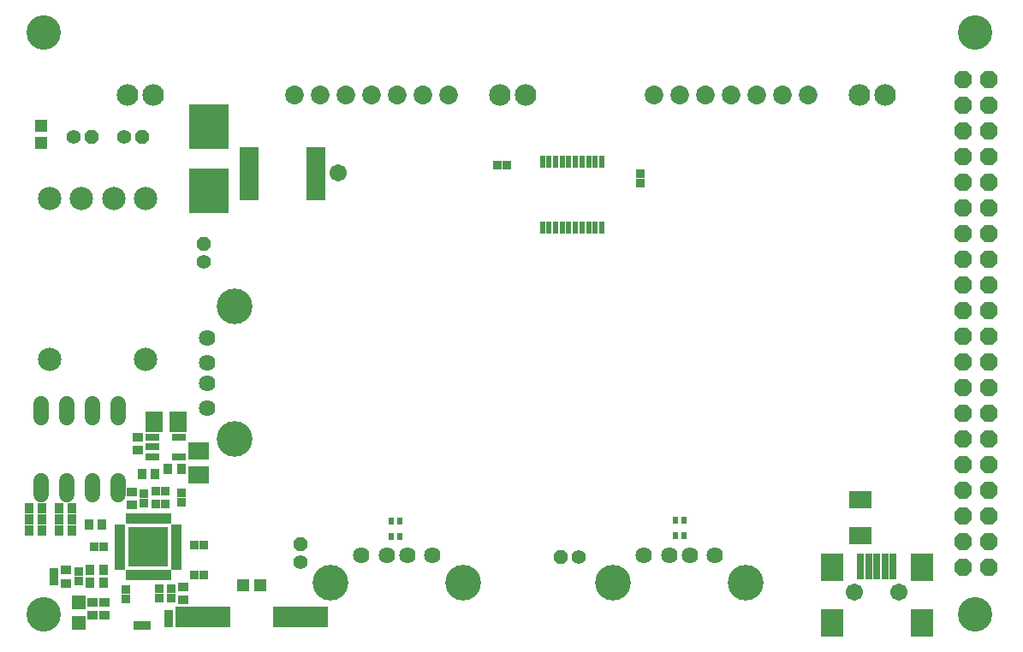
<source format=gts>
G75*
G70*
%OFA0B0*%
%FSLAX24Y24*%
%IPPOS*%
%LPD*%
%AMOC8*
5,1,8,0,0,1.08239X$1,22.5*
%
%ADD10C,0.1340*%
%ADD11C,0.0907*%
%ADD12OC8,0.0560*%
%ADD13C,0.0560*%
%ADD14R,0.0513X0.0474*%
%ADD15C,0.0730*%
%ADD16C,0.0840*%
%ADD17C,0.0640*%
%ADD18C,0.1390*%
%ADD19R,0.0237X0.0257*%
%ADD20OC8,0.0680*%
%ADD21R,0.1580X0.1749*%
%ADD22R,0.0198X0.0474*%
%ADD23R,0.0336X0.0336*%
%ADD24R,0.0780X0.2080*%
%ADD25R,0.0434X0.0190*%
%ADD26R,0.0190X0.0434*%
%ADD27R,0.1537X0.1537*%
%ADD28R,0.0356X0.0434*%
%ADD29R,0.0434X0.0356*%
%ADD30R,0.2180X0.0840*%
%ADD31R,0.0474X0.0513*%
%ADD32C,0.0600*%
%ADD33R,0.0552X0.0552*%
%ADD34R,0.0789X0.0690*%
%ADD35R,0.0690X0.0789*%
%ADD36R,0.0552X0.0297*%
%ADD37R,0.0907X0.0671*%
%ADD38R,0.0277X0.0986*%
%ADD39R,0.0867X0.1064*%
%ADD40C,0.0674*%
%ADD41C,0.0671*%
D10*
X001834Y002943D03*
X001834Y025620D03*
X038094Y025620D03*
X038094Y002943D03*
D11*
X005797Y012898D03*
X002047Y012898D03*
X002047Y019148D03*
X003297Y019148D03*
X004547Y019148D03*
X005797Y019148D03*
D12*
X008055Y017387D03*
X005649Y021565D03*
X003680Y021565D03*
X011807Y005683D03*
X021957Y005191D03*
D13*
X022657Y005191D03*
X011807Y004983D03*
X008055Y016687D03*
X004949Y021565D03*
X002980Y021565D03*
D14*
X001704Y021333D03*
X001704Y022002D03*
D15*
X011574Y023183D03*
X012574Y023183D03*
X013574Y023183D03*
X014574Y023183D03*
X015574Y023183D03*
X016574Y023183D03*
X017574Y023183D03*
X025574Y023183D03*
X026574Y023183D03*
X027574Y023183D03*
X028574Y023183D03*
X029574Y023183D03*
X030574Y023183D03*
X031574Y023183D03*
D16*
X033574Y023183D03*
X034574Y023183D03*
X020574Y023183D03*
X019574Y023183D03*
X006074Y023183D03*
X005074Y023183D03*
D17*
X008186Y013739D03*
X008186Y012759D03*
X008186Y011969D03*
X008186Y010989D03*
X014199Y005253D03*
X015179Y005253D03*
X015969Y005253D03*
X016949Y005253D03*
X025199Y005253D03*
X026179Y005253D03*
X026969Y005253D03*
X027949Y005253D03*
D18*
X029159Y004183D03*
X023989Y004183D03*
X018159Y004183D03*
X012989Y004183D03*
X009256Y009779D03*
X009256Y014949D03*
D19*
X015366Y006595D03*
X015681Y006595D03*
X015681Y005984D03*
X015366Y005984D03*
X026429Y006028D03*
X026744Y006028D03*
X026744Y006638D03*
X026429Y006638D03*
D20*
X037634Y006782D03*
X038634Y006782D03*
X038634Y005782D03*
X037634Y005782D03*
X037634Y004782D03*
X038634Y004782D03*
X038634Y007782D03*
X037634Y007782D03*
X037634Y008782D03*
X038634Y008782D03*
X038634Y009782D03*
X037634Y009782D03*
X037634Y010782D03*
X038634Y010782D03*
X038634Y011782D03*
X037634Y011782D03*
X037634Y012782D03*
X038634Y012782D03*
X038634Y013782D03*
X037634Y013782D03*
X037634Y014782D03*
X038634Y014782D03*
X038634Y015782D03*
X037634Y015782D03*
X037634Y016782D03*
X038634Y016782D03*
X038634Y017782D03*
X037634Y017782D03*
X037634Y018782D03*
X038634Y018782D03*
X038634Y019782D03*
X037634Y019782D03*
X037634Y020782D03*
X038634Y020782D03*
X038634Y021782D03*
X038634Y022782D03*
X037634Y022782D03*
X037634Y021782D03*
X037634Y023782D03*
X038634Y023782D03*
D21*
X008252Y021959D03*
X008252Y019447D03*
D22*
X021244Y020581D03*
X021500Y020581D03*
X021756Y020581D03*
X022011Y020581D03*
X022267Y020581D03*
X022523Y020581D03*
X022779Y020581D03*
X023035Y020581D03*
X023291Y020581D03*
X023547Y020581D03*
X023547Y018022D03*
X023291Y018022D03*
X023035Y018022D03*
X022779Y018022D03*
X022523Y018022D03*
X022267Y018022D03*
X022011Y018022D03*
X021756Y018022D03*
X021500Y018022D03*
X021244Y018022D03*
D23*
X019846Y020463D03*
X019492Y020463D03*
X025063Y020128D03*
X025063Y019774D03*
X007189Y007687D03*
X006539Y007746D03*
X006185Y007746D03*
X005712Y007648D03*
X005712Y007293D03*
X006185Y007274D03*
X006539Y007274D03*
X007189Y007333D03*
X007681Y005660D03*
X008035Y005660D03*
X008035Y004478D03*
X007681Y004478D03*
X006795Y003947D03*
X006795Y003593D03*
X006323Y003593D03*
X006323Y003947D03*
X006677Y002963D03*
X006677Y002608D03*
X005830Y002510D03*
X005476Y002510D03*
X005023Y003553D03*
X005023Y003908D03*
X003173Y004262D03*
X003173Y004616D03*
X002228Y004597D03*
X002228Y004242D03*
X003783Y005581D03*
X004137Y005581D03*
D24*
X009821Y020132D03*
X012421Y020132D03*
D25*
X006992Y006368D03*
X006992Y006171D03*
X006992Y005974D03*
X006992Y005778D03*
X006992Y005581D03*
X006992Y005384D03*
X006992Y005187D03*
X006992Y004990D03*
X006992Y004793D03*
X004787Y004793D03*
X004787Y004990D03*
X004787Y005187D03*
X004787Y005384D03*
X004787Y005581D03*
X004787Y005778D03*
X004787Y005974D03*
X004787Y006171D03*
X004787Y006368D03*
D26*
X005102Y006683D03*
X005299Y006683D03*
X005496Y006683D03*
X005693Y006683D03*
X005889Y006683D03*
X006086Y006683D03*
X006283Y006683D03*
X006480Y006683D03*
X006677Y006683D03*
X006677Y004478D03*
X006480Y004478D03*
X006283Y004478D03*
X006086Y004478D03*
X005889Y004478D03*
X005693Y004478D03*
X005496Y004478D03*
X005299Y004478D03*
X005102Y004478D03*
D27*
X005889Y005581D03*
D28*
X004137Y004675D03*
X003626Y004675D03*
X003626Y004203D03*
X004137Y004203D03*
X004098Y006447D03*
X003586Y006447D03*
X002917Y006663D03*
X002917Y006230D03*
X002405Y006230D03*
X002405Y006663D03*
X001756Y006663D03*
X001756Y006230D03*
X001244Y006230D03*
X001244Y006663D03*
X001244Y007097D03*
X001756Y007097D03*
X002405Y007097D03*
X002917Y007097D03*
X005653Y008435D03*
X006165Y008435D03*
X006657Y008612D03*
X007169Y008612D03*
D29*
X005496Y009341D03*
X005496Y009852D03*
X005260Y007726D03*
X005260Y007215D03*
X002700Y004675D03*
X002700Y004163D03*
X003724Y003435D03*
X004197Y003435D03*
X004197Y002923D03*
X003724Y002923D03*
X007267Y003514D03*
X007267Y004026D03*
D30*
X008005Y002864D03*
X011805Y002864D03*
D31*
X010260Y004104D03*
X009590Y004104D03*
D32*
X004712Y007640D02*
X004712Y008160D01*
X003712Y008160D02*
X003712Y007640D01*
X002712Y007640D02*
X002712Y008160D01*
X001712Y008160D02*
X001712Y007640D01*
X001712Y010640D02*
X001712Y011160D01*
X002712Y011160D02*
X002712Y010640D01*
X003712Y010640D02*
X003712Y011160D01*
X004712Y011160D02*
X004712Y010640D01*
D33*
X003173Y002608D03*
X003173Y003435D03*
D34*
X007838Y008406D03*
X007838Y009331D03*
D35*
X007041Y010463D03*
X006116Y010463D03*
D36*
X006067Y009852D03*
X006067Y009478D03*
X006067Y009104D03*
X007090Y009104D03*
X007090Y009852D03*
D37*
X033626Y007431D03*
X033626Y006014D03*
D38*
X033626Y004833D03*
X033941Y004833D03*
X034256Y004833D03*
X034571Y004833D03*
X034886Y004833D03*
D39*
X036008Y004793D03*
X036008Y002628D03*
X032504Y002628D03*
X032504Y004793D03*
D40*
X033370Y003809D03*
X035122Y003809D03*
D41*
X013291Y020148D03*
M02*

</source>
